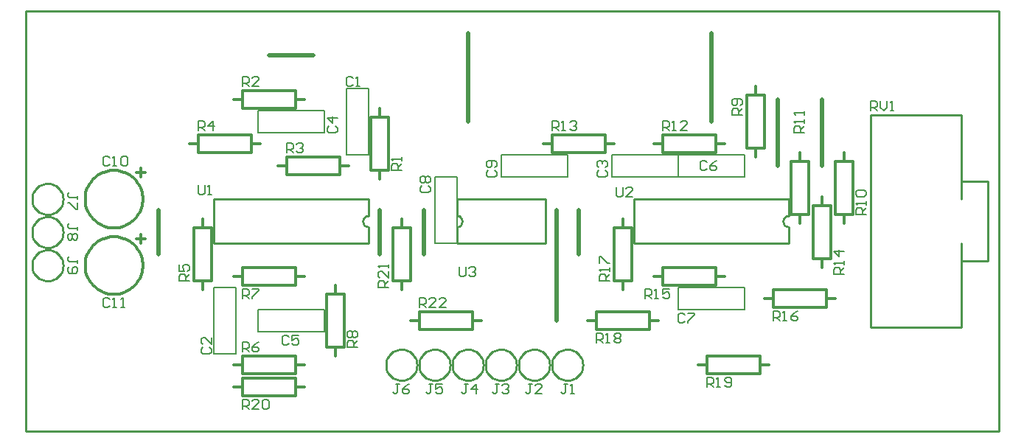
<source format=gto>
%FSLAX23Y23*%
%MOIN*%
G70*
G01*
G75*
%ADD10C,0.080*%
%ADD11C,0.100*%
%ADD12C,0.200*%
%ADD13R,0.080X0.080*%
%ADD14C,0.350*%
%ADD15C,0.010*%
%ADD16C,0.040*%
%ADD17C,0.008*%
%ADD18C,0.012*%
%ADD19C,0.020*%
%ADD20C,0.006*%
D15*
X10295Y7345D02*
X10294Y7355D01*
X10292Y7365D01*
X10289Y7374D01*
X10284Y7383D01*
X10278Y7391D01*
X10271Y7398D01*
X10263Y7404D01*
X10254Y7409D01*
X10245Y7412D01*
X10235Y7414D01*
X10225Y7415D01*
X10215Y7414D01*
X10205Y7412D01*
X10196Y7409D01*
X10187Y7404D01*
X10179Y7398D01*
X10172Y7391D01*
X10166Y7383D01*
X10161Y7374D01*
X10158Y7365D01*
X10156Y7355D01*
X10155Y7345D01*
X10156Y7335D01*
X10158Y7325D01*
X10161Y7316D01*
X10166Y7307D01*
X10172Y7299D01*
X10179Y7292D01*
X10187Y7286D01*
X10196Y7281D01*
X10205Y7278D01*
X10215Y7276D01*
X10225Y7275D01*
X10235Y7276D01*
X10245Y7278D01*
X10254Y7281D01*
X10263Y7286D01*
X10271Y7292D01*
X10278Y7299D01*
X10284Y7307D01*
X10289Y7316D01*
X10292Y7325D01*
X10294Y7335D01*
X10295Y7345D01*
X7945Y7945D02*
X7944Y7955D01*
X7942Y7965D01*
X7939Y7974D01*
X7934Y7983D01*
X7928Y7991D01*
X7921Y7998D01*
X7913Y8004D01*
X7904Y8009D01*
X7895Y8012D01*
X7885Y8014D01*
X7875Y8015D01*
X7865Y8014D01*
X7855Y8012D01*
X7846Y8009D01*
X7837Y8004D01*
X7829Y7998D01*
X7822Y7991D01*
X7816Y7983D01*
X7811Y7974D01*
X7808Y7965D01*
X7806Y7955D01*
X7805Y7945D01*
X7806Y7935D01*
X7808Y7925D01*
X7811Y7916D01*
X7816Y7907D01*
X7822Y7899D01*
X7829Y7892D01*
X7837Y7886D01*
X7846Y7881D01*
X7855Y7878D01*
X7865Y7876D01*
X7875Y7875D01*
X7885Y7876D01*
X7895Y7878D01*
X7904Y7881D01*
X7913Y7886D01*
X7921Y7892D01*
X7928Y7899D01*
X7934Y7907D01*
X7939Y7916D01*
X7942Y7925D01*
X7944Y7935D01*
X7945Y7945D01*
Y8095D02*
X7944Y8105D01*
X7942Y8115D01*
X7939Y8124D01*
X7934Y8133D01*
X7928Y8141D01*
X7921Y8148D01*
X7913Y8154D01*
X7904Y8159D01*
X7895Y8162D01*
X7885Y8164D01*
X7875Y8165D01*
X7865Y8164D01*
X7855Y8162D01*
X7846Y8159D01*
X7837Y8154D01*
X7829Y8148D01*
X7822Y8141D01*
X7816Y8133D01*
X7811Y8124D01*
X7808Y8115D01*
X7806Y8105D01*
X7805Y8095D01*
X7806Y8085D01*
X7808Y8075D01*
X7811Y8066D01*
X7816Y8057D01*
X7822Y8049D01*
X7829Y8042D01*
X7837Y8036D01*
X7846Y8031D01*
X7855Y8028D01*
X7865Y8026D01*
X7875Y8025D01*
X7885Y8026D01*
X7895Y8028D01*
X7904Y8031D01*
X7913Y8036D01*
X7921Y8042D01*
X7928Y8049D01*
X7934Y8057D01*
X7939Y8066D01*
X7942Y8075D01*
X7944Y8085D01*
X7945Y8095D01*
X9545Y7345D02*
X9544Y7355D01*
X9542Y7365D01*
X9539Y7374D01*
X9534Y7383D01*
X9528Y7391D01*
X9521Y7398D01*
X9513Y7404D01*
X9504Y7409D01*
X9495Y7412D01*
X9485Y7414D01*
X9475Y7415D01*
X9465Y7414D01*
X9455Y7412D01*
X9446Y7409D01*
X9437Y7404D01*
X9429Y7398D01*
X9422Y7391D01*
X9416Y7383D01*
X9411Y7374D01*
X9408Y7365D01*
X9406Y7355D01*
X9405Y7345D01*
X9406Y7335D01*
X9408Y7325D01*
X9411Y7316D01*
X9416Y7307D01*
X9422Y7299D01*
X9429Y7292D01*
X9437Y7286D01*
X9446Y7281D01*
X9455Y7278D01*
X9465Y7276D01*
X9475Y7275D01*
X9485Y7276D01*
X9495Y7278D01*
X9504Y7281D01*
X9513Y7286D01*
X9521Y7292D01*
X9528Y7299D01*
X9534Y7307D01*
X9539Y7316D01*
X9542Y7325D01*
X9544Y7335D01*
X9545Y7345D01*
X9695D02*
X9694Y7355D01*
X9692Y7365D01*
X9689Y7374D01*
X9684Y7383D01*
X9678Y7391D01*
X9671Y7398D01*
X9663Y7404D01*
X9654Y7409D01*
X9645Y7412D01*
X9635Y7414D01*
X9625Y7415D01*
X9615Y7414D01*
X9605Y7412D01*
X9596Y7409D01*
X9587Y7404D01*
X9579Y7398D01*
X9572Y7391D01*
X9566Y7383D01*
X9561Y7374D01*
X9558Y7365D01*
X9556Y7355D01*
X9555Y7345D01*
X9556Y7335D01*
X9558Y7325D01*
X9561Y7316D01*
X9566Y7307D01*
X9572Y7299D01*
X9579Y7292D01*
X9587Y7286D01*
X9596Y7281D01*
X9605Y7278D01*
X9615Y7276D01*
X9625Y7275D01*
X9635Y7276D01*
X9645Y7278D01*
X9654Y7281D01*
X9663Y7286D01*
X9671Y7292D01*
X9678Y7299D01*
X9684Y7307D01*
X9689Y7316D01*
X9692Y7325D01*
X9694Y7335D01*
X9695Y7345D01*
X9845D02*
X9844Y7355D01*
X9842Y7365D01*
X9839Y7374D01*
X9834Y7383D01*
X9828Y7391D01*
X9821Y7398D01*
X9813Y7404D01*
X9804Y7409D01*
X9795Y7412D01*
X9785Y7414D01*
X9775Y7415D01*
X9765Y7414D01*
X9755Y7412D01*
X9746Y7409D01*
X9737Y7404D01*
X9729Y7398D01*
X9722Y7391D01*
X9716Y7383D01*
X9711Y7374D01*
X9708Y7365D01*
X9706Y7355D01*
X9705Y7345D01*
X9706Y7335D01*
X9708Y7325D01*
X9711Y7316D01*
X9716Y7307D01*
X9722Y7299D01*
X9729Y7292D01*
X9737Y7286D01*
X9746Y7281D01*
X9755Y7278D01*
X9765Y7276D01*
X9775Y7275D01*
X9785Y7276D01*
X9795Y7278D01*
X9804Y7281D01*
X9813Y7286D01*
X9821Y7292D01*
X9828Y7299D01*
X9834Y7307D01*
X9839Y7316D01*
X9842Y7325D01*
X9844Y7335D01*
X9845Y7345D01*
X9995D02*
X9994Y7355D01*
X9992Y7365D01*
X9989Y7374D01*
X9984Y7383D01*
X9978Y7391D01*
X9971Y7398D01*
X9963Y7404D01*
X9954Y7409D01*
X9945Y7412D01*
X9935Y7414D01*
X9925Y7415D01*
X9915Y7414D01*
X9905Y7412D01*
X9896Y7409D01*
X9887Y7404D01*
X9879Y7398D01*
X9872Y7391D01*
X9866Y7383D01*
X9861Y7374D01*
X9858Y7365D01*
X9856Y7355D01*
X9855Y7345D01*
X9856Y7335D01*
X9858Y7325D01*
X9861Y7316D01*
X9866Y7307D01*
X9872Y7299D01*
X9879Y7292D01*
X9887Y7286D01*
X9896Y7281D01*
X9905Y7278D01*
X9915Y7276D01*
X9925Y7275D01*
X9935Y7276D01*
X9945Y7278D01*
X9954Y7281D01*
X9963Y7286D01*
X9971Y7292D01*
X9978Y7299D01*
X9984Y7307D01*
X9989Y7316D01*
X9992Y7325D01*
X9994Y7335D01*
X9995Y7345D01*
X10145D02*
X10144Y7355D01*
X10142Y7365D01*
X10139Y7374D01*
X10134Y7383D01*
X10128Y7391D01*
X10121Y7398D01*
X10113Y7404D01*
X10104Y7409D01*
X10095Y7412D01*
X10085Y7414D01*
X10075Y7415D01*
X10065Y7414D01*
X10055Y7412D01*
X10046Y7409D01*
X10037Y7404D01*
X10029Y7398D01*
X10022Y7391D01*
X10016Y7383D01*
X10011Y7374D01*
X10008Y7365D01*
X10006Y7355D01*
X10005Y7345D01*
X10006Y7335D01*
X10008Y7325D01*
X10011Y7316D01*
X10016Y7307D01*
X10022Y7299D01*
X10029Y7292D01*
X10037Y7286D01*
X10046Y7281D01*
X10055Y7278D01*
X10065Y7276D01*
X10075Y7275D01*
X10085Y7276D01*
X10095Y7278D01*
X10104Y7281D01*
X10113Y7286D01*
X10121Y7292D01*
X10128Y7299D01*
X10134Y7307D01*
X10139Y7316D01*
X10142Y7325D01*
X10144Y7335D01*
X10145Y7345D01*
X9325Y8020D02*
X9315Y8018D01*
X9307Y8013D01*
X9302Y8005D01*
X9300Y7995D01*
X9302Y7985D01*
X9307Y7977D01*
X9315Y7972D01*
X9325Y7970D01*
X9725D02*
X9735Y7972D01*
X9743Y7977D01*
X9748Y7985D01*
X9750Y7995D01*
X9748Y8005D01*
X9743Y8013D01*
X9735Y8018D01*
X9725Y8020D01*
X11225D02*
X11215Y8018D01*
X11207Y8013D01*
X11202Y8005D01*
X11200Y7995D01*
X11202Y7985D01*
X11207Y7977D01*
X11215Y7972D01*
X11225Y7970D01*
X7945Y7795D02*
X7944Y7805D01*
X7942Y7815D01*
X7939Y7824D01*
X7934Y7833D01*
X7928Y7841D01*
X7921Y7848D01*
X7913Y7854D01*
X7904Y7859D01*
X7895Y7862D01*
X7885Y7864D01*
X7875Y7865D01*
X7865Y7864D01*
X7855Y7862D01*
X7846Y7859D01*
X7837Y7854D01*
X7829Y7848D01*
X7822Y7841D01*
X7816Y7833D01*
X7811Y7824D01*
X7808Y7815D01*
X7806Y7805D01*
X7805Y7795D01*
X7806Y7785D01*
X7808Y7775D01*
X7811Y7766D01*
X7816Y7757D01*
X7822Y7749D01*
X7829Y7742D01*
X7837Y7736D01*
X7846Y7731D01*
X7855Y7728D01*
X7865Y7726D01*
X7875Y7725D01*
X7885Y7726D01*
X7895Y7728D01*
X7904Y7731D01*
X7913Y7736D01*
X7921Y7742D01*
X7928Y7749D01*
X7934Y7757D01*
X7939Y7766D01*
X7942Y7775D01*
X7944Y7785D01*
X7945Y7795D01*
X12005Y7815D02*
X12125D01*
Y8175D01*
X12005D02*
X12125D01*
X11975Y7515D02*
X12005D01*
Y7895D01*
Y8095D02*
Y8475D01*
X11975D02*
X12005D01*
X11595D02*
X11975D01*
X11595Y7515D02*
Y8475D01*
Y7515D02*
X11975D01*
X8625Y8095D02*
X9325D01*
X8625Y7895D02*
Y8095D01*
Y7895D02*
X9325D01*
Y7970D01*
Y8020D02*
Y8095D01*
X9725Y7895D02*
Y7970D01*
Y8020D02*
Y8095D01*
X10125D01*
Y7895D02*
Y8095D01*
X9725Y7895D02*
X10125D01*
X10525Y8095D02*
X11225D01*
X10525Y7895D02*
Y8095D01*
Y7895D02*
X11225D01*
Y7970D01*
Y8020D02*
Y8095D01*
X12175Y7045D02*
Y8945D01*
X7775Y7045D02*
X12175D01*
X7775D02*
Y8945D01*
X12175D01*
D17*
X9975Y8295D02*
X10175D01*
X9975Y8195D02*
X10175D01*
Y8295D02*
X10225D01*
Y8195D02*
Y8295D01*
X10175Y8195D02*
X10225D01*
X9925Y8295D02*
X9975D01*
X9925Y8195D02*
Y8295D01*
Y8195D02*
X9975D01*
X9725Y7945D02*
Y8145D01*
X9625Y7945D02*
Y8145D01*
X9725Y7895D02*
Y7945D01*
X9625Y7895D02*
X9725D01*
X9625D02*
Y7945D01*
X9725Y8145D02*
Y8195D01*
X9625D02*
X9725D01*
X9625Y8145D02*
Y8195D01*
X10775Y7695D02*
X10975D01*
X10775Y7595D02*
X10975D01*
Y7695D02*
X11025D01*
Y7595D02*
Y7695D01*
X10975Y7595D02*
X11025D01*
X10725Y7695D02*
X10775D01*
X10725Y7595D02*
Y7695D01*
Y7595D02*
X10775D01*
X10775Y8195D02*
X10975D01*
X10775Y8295D02*
X10975D01*
X10725Y8195D02*
X10775D01*
X10725D02*
Y8295D01*
X10775D01*
X10975Y8195D02*
X11025D01*
Y8295D01*
X10975D02*
X11025D01*
X8875Y7595D02*
X9075D01*
X8875Y7495D02*
X9075D01*
Y7595D02*
X9125D01*
Y7495D02*
Y7595D01*
X9075Y7495D02*
X9125D01*
X8825Y7595D02*
X8875D01*
X8825Y7495D02*
Y7595D01*
Y7495D02*
X8875D01*
Y8495D02*
X9075D01*
X8875Y8395D02*
X9075D01*
Y8495D02*
X9125D01*
Y8395D02*
Y8495D01*
X9075Y8395D02*
X9125D01*
X8825Y8495D02*
X8875D01*
X8825Y8395D02*
Y8495D01*
Y8395D02*
X8875D01*
X10475Y8195D02*
X10675D01*
X10475Y8295D02*
X10675D01*
X10425Y8195D02*
X10475D01*
X10425D02*
Y8295D01*
X10475D01*
X10675Y8195D02*
X10725D01*
Y8295D01*
X10675D02*
X10725D01*
X8725Y7445D02*
Y7645D01*
X8625Y7445D02*
Y7645D01*
X8725Y7395D02*
Y7445D01*
X8625Y7395D02*
X8725D01*
X8625D02*
Y7445D01*
X8725Y7645D02*
Y7695D01*
X8625D02*
X8725D01*
X8625Y7645D02*
Y7695D01*
X9225Y8345D02*
Y8545D01*
X9325Y8345D02*
Y8545D01*
X9225D02*
Y8595D01*
X9325D01*
Y8545D02*
Y8595D01*
X9225Y8295D02*
Y8345D01*
Y8295D02*
X9325D01*
Y8345D01*
D18*
X8305Y7795D02*
X8305Y7805D01*
X8303Y7815D01*
X8302Y7825D01*
X8299Y7834D01*
X8296Y7844D01*
X8292Y7853D01*
X8287Y7861D01*
X8281Y7870D01*
X8275Y7878D01*
X8269Y7885D01*
X8262Y7892D01*
X8254Y7898D01*
X8246Y7904D01*
X8237Y7909D01*
X8228Y7914D01*
X8219Y7917D01*
X8209Y7920D01*
X8200Y7923D01*
X8190Y7924D01*
X8180Y7925D01*
X8170D01*
X8160Y7924D01*
X8150Y7923D01*
X8141Y7920D01*
X8131Y7917D01*
X8122Y7914D01*
X8113Y7909D01*
X8104Y7904D01*
X8096Y7898D01*
X8089Y7892D01*
X8081Y7885D01*
X8075Y7878D01*
X8069Y7870D01*
X8063Y7861D01*
X8059Y7853D01*
X8054Y7844D01*
X8051Y7834D01*
X8048Y7825D01*
X8047Y7815D01*
X8045Y7805D01*
X8045Y7795D01*
X8045Y7785D01*
X8047Y7775D01*
X8048Y7765D01*
X8051Y7756D01*
X8054Y7746D01*
X8059Y7737D01*
X8063Y7729D01*
X8069Y7720D01*
X8075Y7712D01*
X8081Y7705D01*
X8089Y7698D01*
X8096Y7692D01*
X8104Y7686D01*
X8113Y7681D01*
X8122Y7676D01*
X8131Y7673D01*
X8141Y7670D01*
X8150Y7667D01*
X8160Y7666D01*
X8170Y7665D01*
X8180D01*
X8190Y7666D01*
X8200Y7667D01*
X8209Y7670D01*
X8219Y7673D01*
X8228Y7676D01*
X8237Y7681D01*
X8246Y7686D01*
X8254Y7692D01*
X8262Y7698D01*
X8269Y7705D01*
X8275Y7712D01*
X8281Y7720D01*
X8287Y7729D01*
X8292Y7737D01*
X8296Y7746D01*
X8299Y7756D01*
X8302Y7765D01*
X8303Y7775D01*
X8305Y7785D01*
X8305Y7795D01*
Y8095D02*
X8305Y8105D01*
X8303Y8115D01*
X8302Y8125D01*
X8299Y8134D01*
X8296Y8144D01*
X8292Y8153D01*
X8287Y8161D01*
X8281Y8170D01*
X8275Y8178D01*
X8269Y8185D01*
X8262Y8192D01*
X8254Y8198D01*
X8246Y8204D01*
X8237Y8209D01*
X8228Y8214D01*
X8219Y8217D01*
X8209Y8220D01*
X8200Y8223D01*
X8190Y8224D01*
X8180Y8225D01*
X8170D01*
X8160Y8224D01*
X8150Y8223D01*
X8141Y8220D01*
X8131Y8217D01*
X8122Y8214D01*
X8113Y8209D01*
X8104Y8204D01*
X8096Y8198D01*
X8089Y8192D01*
X8081Y8185D01*
X8075Y8178D01*
X8069Y8170D01*
X8063Y8161D01*
X8059Y8153D01*
X8054Y8144D01*
X8051Y8134D01*
X8048Y8125D01*
X8047Y8115D01*
X8045Y8105D01*
X8045Y8095D01*
X8045Y8085D01*
X8047Y8075D01*
X8048Y8065D01*
X8051Y8056D01*
X8054Y8046D01*
X8059Y8037D01*
X8063Y8029D01*
X8069Y8020D01*
X8075Y8012D01*
X8081Y8005D01*
X8089Y7998D01*
X8096Y7992D01*
X8104Y7986D01*
X8113Y7981D01*
X8122Y7976D01*
X8131Y7973D01*
X8141Y7970D01*
X8150Y7967D01*
X8160Y7966D01*
X8170Y7965D01*
X8180D01*
X8190Y7966D01*
X8200Y7967D01*
X8209Y7970D01*
X8219Y7973D01*
X8228Y7976D01*
X8237Y7981D01*
X8246Y7986D01*
X8254Y7992D01*
X8262Y7998D01*
X8269Y8005D01*
X8275Y8012D01*
X8281Y8020D01*
X8287Y8029D01*
X8292Y8037D01*
X8296Y8046D01*
X8299Y8056D01*
X8302Y8065D01*
X8303Y8075D01*
X8305Y8085D01*
X8305Y8095D01*
X8295Y7895D02*
Y7935D01*
X8275Y7915D02*
X8315D01*
X8275Y8215D02*
X8315D01*
X8295Y8195D02*
Y8235D01*
X9515Y7545D02*
X9555D01*
X9795D02*
X9835D01*
X9555Y7585D02*
X9795D01*
X9555Y7505D02*
Y7585D01*
Y7505D02*
X9795D01*
Y7585D01*
X9475Y7685D02*
Y7725D01*
Y7965D02*
Y8005D01*
X9435Y7725D02*
Y7965D01*
Y7725D02*
X9515D01*
Y7965D01*
X9435D02*
X9515D01*
X8995Y7245D02*
X9035D01*
X8715D02*
X8755D01*
Y7205D02*
X8995D01*
Y7285D01*
X8755D02*
X8995D01*
X8755Y7205D02*
Y7285D01*
X10815Y7345D02*
X10855D01*
X11095D02*
X11135D01*
X10855Y7385D02*
X11095D01*
X10855Y7305D02*
Y7385D01*
Y7305D02*
X11095D01*
Y7385D01*
X10315Y7545D02*
X10355D01*
X10595D02*
X10635D01*
X10355Y7585D02*
X10595D01*
X10355Y7505D02*
Y7585D01*
Y7505D02*
X10595D01*
Y7585D01*
X10475Y7685D02*
Y7725D01*
Y7965D02*
Y8005D01*
X10435Y7725D02*
Y7965D01*
Y7725D02*
X10515D01*
Y7965D01*
X10435D02*
X10515D01*
X11395Y7645D02*
X11435D01*
X11115D02*
X11155D01*
Y7605D02*
X11395D01*
Y7685D01*
X11155D02*
X11395D01*
X11155Y7605D02*
Y7685D01*
X10895Y7745D02*
X10935D01*
X10615D02*
X10655D01*
Y7705D02*
X10895D01*
Y7785D01*
X10655D02*
X10895D01*
X10655Y7705D02*
Y7785D01*
X11375D02*
Y7825D01*
Y8065D02*
Y8105D01*
X11335Y7825D02*
Y8065D01*
Y7825D02*
X11415D01*
Y8065D01*
X11335D02*
X11415D01*
X10615Y8345D02*
X10655D01*
X10895D02*
X10935D01*
X10655Y8385D02*
X10895D01*
X10655Y8305D02*
Y8385D01*
Y8305D02*
X10895D01*
Y8385D01*
X11275Y8265D02*
Y8305D01*
Y7985D02*
Y8025D01*
X11315D02*
Y8265D01*
X11235D02*
X11315D01*
X11235Y8025D02*
Y8265D01*
Y8025D02*
X11315D01*
X11475Y8265D02*
Y8305D01*
Y7985D02*
Y8025D01*
X11515D02*
Y8265D01*
X11435D02*
X11515D01*
X11435Y8025D02*
Y8265D01*
Y8025D02*
X11515D01*
X11075Y8565D02*
Y8605D01*
Y8285D02*
Y8325D01*
X11115D02*
Y8565D01*
X11035D02*
X11115D01*
X11035Y8325D02*
Y8565D01*
Y8325D02*
X11115D01*
X9175Y7385D02*
Y7425D01*
Y7665D02*
Y7705D01*
X9135Y7425D02*
Y7665D01*
Y7425D02*
X9215D01*
Y7665D01*
X9135D02*
X9215D01*
X8995Y7745D02*
X9035D01*
X8715D02*
X8755D01*
Y7705D02*
X8995D01*
Y7785D01*
X8755D02*
X8995D01*
X8755Y7705D02*
Y7785D01*
X8715Y7345D02*
X8755D01*
X8995D02*
X9035D01*
X8755Y7385D02*
X8995D01*
X8755Y7305D02*
Y7385D01*
Y7305D02*
X8995D01*
Y7385D01*
X8515Y8345D02*
X8555D01*
X8795D02*
X8835D01*
X8555Y8385D02*
X8795D01*
X8555Y8305D02*
Y8385D01*
Y8305D02*
X8795D01*
Y8385D01*
X8915Y8245D02*
X8955D01*
X9195D02*
X9235D01*
X8955Y8285D02*
X9195D01*
X8955Y8205D02*
Y8285D01*
Y8205D02*
X9195D01*
Y8285D01*
X8995Y8545D02*
X9035D01*
X8715D02*
X8755D01*
Y8505D02*
X8995D01*
Y8585D01*
X8755D02*
X8995D01*
X8755Y8505D02*
Y8585D01*
X9375Y8185D02*
Y8225D01*
Y8465D02*
Y8505D01*
X9335Y8225D02*
Y8465D01*
Y8225D02*
X9415D01*
Y8465D01*
X9335D02*
X9415D01*
X8575Y7965D02*
Y8005D01*
Y7685D02*
Y7725D01*
X8615D02*
Y7965D01*
X8535D02*
X8615D01*
X8535Y7725D02*
Y7965D01*
Y7725D02*
X8615D01*
X10115Y8345D02*
X10155D01*
X10395D02*
X10435D01*
X10155Y8385D02*
X10395D01*
X10155Y8305D02*
Y8385D01*
Y8305D02*
X10395D01*
Y8385D01*
D19*
X9375Y7845D02*
Y8045D01*
X8875Y8745D02*
X9075D01*
X9775Y8695D02*
Y8845D01*
X10875Y8695D02*
Y8845D01*
X11375Y8245D02*
Y8545D01*
X11175Y8245D02*
Y8545D01*
X10875Y8445D02*
Y8745D01*
X10275Y7845D02*
Y8045D01*
X10175Y7545D02*
Y8045D01*
X9775Y8445D02*
Y8745D01*
X9575Y7845D02*
Y8045D01*
X8375Y7845D02*
Y8045D01*
D20*
X8155Y7642D02*
X8148Y7650D01*
X8133D01*
X8125Y7642D01*
Y7612D01*
X8133Y7605D01*
X8148D01*
X8155Y7612D01*
X8170Y7605D02*
X8185D01*
X8177D01*
Y7650D01*
X8170Y7642D01*
X8207Y7605D02*
X8222D01*
X8215D01*
Y7650D01*
X8207Y7642D01*
X10225Y7260D02*
X10210D01*
X10218D01*
Y7222D01*
X10210Y7215D01*
X10203D01*
X10195Y7222D01*
X10240Y7215D02*
X10255D01*
X10247D01*
Y7260D01*
X10240Y7252D01*
X11575Y8025D02*
X11530D01*
Y8047D01*
X11538Y8055D01*
X11553D01*
X11560Y8047D01*
Y8025D01*
Y8040D02*
X11575Y8055D01*
Y8070D02*
Y8085D01*
Y8077D01*
X11530D01*
X11538Y8070D01*
Y8107D02*
X11530Y8115D01*
Y8130D01*
X11538Y8137D01*
X11568D01*
X11575Y8130D01*
Y8115D01*
X11568Y8107D01*
X11538D01*
X11595Y8495D02*
Y8540D01*
X11618D01*
X11625Y8532D01*
Y8517D01*
X11618Y8510D01*
X11595D01*
X11610D02*
X11625Y8495D01*
X11640Y8540D02*
Y8510D01*
X11655Y8495D01*
X11670Y8510D01*
Y8540D01*
X11685Y8495D02*
X11700D01*
X11692D01*
Y8540D01*
X11685Y8532D01*
X9255Y8642D02*
X9248Y8650D01*
X9233D01*
X9225Y8642D01*
Y8612D01*
X9233Y8605D01*
X9248D01*
X9255Y8612D01*
X9270Y8605D02*
X9285D01*
X9277D01*
Y8650D01*
X9270Y8642D01*
X8578Y7425D02*
X8570Y7417D01*
Y7402D01*
X8578Y7395D01*
X8608D01*
X8615Y7402D01*
Y7417D01*
X8608Y7425D01*
X8615Y7470D02*
Y7440D01*
X8585Y7470D01*
X8578D01*
X8570Y7462D01*
Y7447D01*
X8578Y7440D01*
X10368Y8225D02*
X10360Y8217D01*
Y8202D01*
X10368Y8195D01*
X10398D01*
X10405Y8202D01*
Y8217D01*
X10398Y8225D01*
X10368Y8240D02*
X10360Y8247D01*
Y8262D01*
X10368Y8270D01*
X10375D01*
X10383Y8262D01*
Y8255D01*
Y8262D01*
X10390Y8270D01*
X10398D01*
X10405Y8262D01*
Y8247D01*
X10398Y8240D01*
X9148Y8425D02*
X9140Y8417D01*
Y8402D01*
X9148Y8395D01*
X9178D01*
X9185Y8402D01*
Y8417D01*
X9178Y8425D01*
X9185Y8462D02*
X9140D01*
X9163Y8440D01*
Y8470D01*
X8965Y7472D02*
X8958Y7480D01*
X8943D01*
X8935Y7472D01*
Y7442D01*
X8943Y7435D01*
X8958D01*
X8965Y7442D01*
X9010Y7480D02*
X8980D01*
Y7457D01*
X8995Y7465D01*
X9002D01*
X9010Y7457D01*
Y7442D01*
X9002Y7435D01*
X8987D01*
X8980Y7442D01*
X10855Y8262D02*
X10848Y8270D01*
X10833D01*
X10825Y8262D01*
Y8232D01*
X10833Y8225D01*
X10848D01*
X10855Y8232D01*
X10900Y8270D02*
X10885Y8262D01*
X10870Y8247D01*
Y8232D01*
X10877Y8225D01*
X10892D01*
X10900Y8232D01*
Y8240D01*
X10892Y8247D01*
X10870D01*
X10755Y7572D02*
X10748Y7580D01*
X10733D01*
X10725Y7572D01*
Y7542D01*
X10733Y7535D01*
X10748D01*
X10755Y7542D01*
X10770Y7580D02*
X10800D01*
Y7572D01*
X10770Y7542D01*
Y7535D01*
X9568Y8155D02*
X9560Y8147D01*
Y8132D01*
X9568Y8125D01*
X9598D01*
X9605Y8132D01*
Y8147D01*
X9598Y8155D01*
X9568Y8170D02*
X9560Y8177D01*
Y8192D01*
X9568Y8200D01*
X9575D01*
X9583Y8192D01*
X9590Y8200D01*
X9598D01*
X9605Y8192D01*
Y8177D01*
X9598Y8170D01*
X9590D01*
X9583Y8177D01*
X9575Y8170D01*
X9568D01*
X9583Y8177D02*
Y8192D01*
X9868Y8225D02*
X9860Y8217D01*
Y8202D01*
X9868Y8195D01*
X9898D01*
X9905Y8202D01*
Y8217D01*
X9898Y8225D01*
Y8240D02*
X9905Y8247D01*
Y8262D01*
X9898Y8270D01*
X9868D01*
X9860Y8262D01*
Y8247D01*
X9868Y8240D01*
X9875D01*
X9883Y8247D01*
Y8270D01*
X8155Y8282D02*
X8148Y8290D01*
X8133D01*
X8125Y8282D01*
Y8252D01*
X8133Y8245D01*
X8148D01*
X8155Y8252D01*
X8170Y8245D02*
X8185D01*
X8177D01*
Y8290D01*
X8170Y8282D01*
X8207D02*
X8215Y8290D01*
X8230D01*
X8237Y8282D01*
Y8252D01*
X8230Y8245D01*
X8215D01*
X8207Y8252D01*
Y8282D01*
X10065Y7260D02*
X10050D01*
X10058D01*
Y7222D01*
X10050Y7215D01*
X10043D01*
X10035Y7222D01*
X10110Y7215D02*
X10080D01*
X10110Y7245D01*
Y7252D01*
X10102Y7260D01*
X10087D01*
X10080Y7252D01*
X9915Y7260D02*
X9900D01*
X9908D01*
Y7222D01*
X9900Y7215D01*
X9893D01*
X9885Y7222D01*
X9930Y7252D02*
X9937Y7260D01*
X9952D01*
X9960Y7252D01*
Y7245D01*
X9952Y7237D01*
X9945D01*
X9952D01*
X9960Y7230D01*
Y7222D01*
X9952Y7215D01*
X9937D01*
X9930Y7222D01*
X9775Y7260D02*
X9760D01*
X9768D01*
Y7222D01*
X9760Y7215D01*
X9753D01*
X9745Y7222D01*
X9812Y7215D02*
Y7260D01*
X9790Y7237D01*
X9820D01*
X9615Y7260D02*
X9600D01*
X9608D01*
Y7222D01*
X9600Y7215D01*
X9593D01*
X9585Y7222D01*
X9660Y7260D02*
X9630D01*
Y7237D01*
X9645Y7245D01*
X9652D01*
X9660Y7237D01*
Y7222D01*
X9652Y7215D01*
X9637D01*
X9630Y7222D01*
X9465Y7260D02*
X9450D01*
X9458D01*
Y7222D01*
X9450Y7215D01*
X9443D01*
X9435Y7222D01*
X9510Y7260D02*
X9495Y7252D01*
X9480Y7237D01*
Y7222D01*
X9487Y7215D01*
X9502D01*
X9510Y7222D01*
Y7230D01*
X9502Y7237D01*
X9480D01*
X8010Y8095D02*
Y8110D01*
Y8103D01*
X7973D01*
X7965Y8110D01*
Y8118D01*
X7973Y8125D01*
X8010Y8080D02*
Y8050D01*
X8002D01*
X7973Y8080D01*
X7965D01*
X8010Y7955D02*
Y7970D01*
Y7963D01*
X7973D01*
X7965Y7970D01*
Y7978D01*
X7973Y7985D01*
X8002Y7940D02*
X8010Y7933D01*
Y7918D01*
X8002Y7910D01*
X7995D01*
X7988Y7918D01*
X7980Y7910D01*
X7973D01*
X7965Y7918D01*
Y7933D01*
X7973Y7940D01*
X7980D01*
X7988Y7933D01*
X7995Y7940D01*
X8002D01*
X7988Y7933D02*
Y7918D01*
X8010Y7805D02*
Y7820D01*
Y7813D01*
X7973D01*
X7965Y7820D01*
Y7828D01*
X7973Y7835D01*
Y7790D02*
X7965Y7783D01*
Y7768D01*
X7973Y7760D01*
X8002D01*
X8010Y7768D01*
Y7783D01*
X8002Y7790D01*
X7995D01*
X7988Y7783D01*
Y7760D01*
X9475Y8225D02*
X9430D01*
Y8247D01*
X9438Y8255D01*
X9453D01*
X9460Y8247D01*
Y8225D01*
Y8240D02*
X9475Y8255D01*
Y8270D02*
Y8285D01*
Y8277D01*
X9430D01*
X9438Y8270D01*
X8755Y8605D02*
Y8650D01*
X8778D01*
X8785Y8642D01*
Y8627D01*
X8778Y8620D01*
X8755D01*
X8770D02*
X8785Y8605D01*
X8830D02*
X8800D01*
X8830Y8635D01*
Y8642D01*
X8822Y8650D01*
X8807D01*
X8800Y8642D01*
X8955Y8305D02*
Y8350D01*
X8978D01*
X8985Y8342D01*
Y8327D01*
X8978Y8320D01*
X8955D01*
X8970D02*
X8985Y8305D01*
X9000Y8342D02*
X9007Y8350D01*
X9022D01*
X9030Y8342D01*
Y8335D01*
X9022Y8327D01*
X9015D01*
X9022D01*
X9030Y8320D01*
Y8312D01*
X9022Y8305D01*
X9007D01*
X9000Y8312D01*
X8555Y8405D02*
Y8450D01*
X8578D01*
X8585Y8442D01*
Y8427D01*
X8578Y8420D01*
X8555D01*
X8570D02*
X8585Y8405D01*
X8622D02*
Y8450D01*
X8600Y8427D01*
X8630D01*
X8515Y7725D02*
X8470D01*
Y7747D01*
X8478Y7755D01*
X8493D01*
X8500Y7747D01*
Y7725D01*
Y7740D02*
X8515Y7755D01*
X8470Y7800D02*
Y7770D01*
X8493D01*
X8485Y7785D01*
Y7792D01*
X8493Y7800D01*
X8508D01*
X8515Y7792D01*
Y7777D01*
X8508Y7770D01*
X8755Y7405D02*
Y7450D01*
X8778D01*
X8785Y7442D01*
Y7427D01*
X8778Y7420D01*
X8755D01*
X8770D02*
X8785Y7405D01*
X8830Y7450D02*
X8815Y7442D01*
X8800Y7427D01*
Y7412D01*
X8807Y7405D01*
X8822D01*
X8830Y7412D01*
Y7420D01*
X8822Y7427D01*
X8800D01*
X8755Y7645D02*
Y7690D01*
X8778D01*
X8785Y7682D01*
Y7667D01*
X8778Y7660D01*
X8755D01*
X8770D02*
X8785Y7645D01*
X8800Y7690D02*
X8830D01*
Y7682D01*
X8800Y7652D01*
Y7645D01*
X9275Y7425D02*
X9230D01*
Y7447D01*
X9238Y7455D01*
X9253D01*
X9260Y7447D01*
Y7425D01*
Y7440D02*
X9275Y7455D01*
X9238Y7470D02*
X9230Y7477D01*
Y7492D01*
X9238Y7500D01*
X9245D01*
X9253Y7492D01*
X9260Y7500D01*
X9268D01*
X9275Y7492D01*
Y7477D01*
X9268Y7470D01*
X9260D01*
X9253Y7477D01*
X9245Y7470D01*
X9238D01*
X9253Y7477D02*
Y7492D01*
X11015Y8475D02*
X10970D01*
Y8497D01*
X10978Y8505D01*
X10993D01*
X11000Y8497D01*
Y8475D01*
Y8490D02*
X11015Y8505D01*
X11008Y8520D02*
X11015Y8527D01*
Y8542D01*
X11008Y8550D01*
X10978D01*
X10970Y8542D01*
Y8527D01*
X10978Y8520D01*
X10985D01*
X10993Y8527D01*
Y8550D01*
X11295Y8395D02*
X11250D01*
Y8417D01*
X11258Y8425D01*
X11273D01*
X11280Y8417D01*
Y8395D01*
Y8410D02*
X11295Y8425D01*
Y8440D02*
Y8455D01*
Y8447D01*
X11250D01*
X11258Y8440D01*
X11295Y8477D02*
Y8492D01*
Y8485D01*
X11250D01*
X11258Y8477D01*
X10655Y8405D02*
Y8450D01*
X10678D01*
X10685Y8442D01*
Y8427D01*
X10678Y8420D01*
X10655D01*
X10670D02*
X10685Y8405D01*
X10700D02*
X10715D01*
X10707D01*
Y8450D01*
X10700Y8442D01*
X10767Y8405D02*
X10737D01*
X10767Y8435D01*
Y8442D01*
X10760Y8450D01*
X10745D01*
X10737Y8442D01*
X10155Y8405D02*
Y8450D01*
X10178D01*
X10185Y8442D01*
Y8427D01*
X10178Y8420D01*
X10155D01*
X10170D02*
X10185Y8405D01*
X10200D02*
X10215D01*
X10207D01*
Y8450D01*
X10200Y8442D01*
X10237D02*
X10245Y8450D01*
X10260D01*
X10267Y8442D01*
Y8435D01*
X10260Y8427D01*
X10252D01*
X10260D01*
X10267Y8420D01*
Y8412D01*
X10260Y8405D01*
X10245D01*
X10237Y8412D01*
X11475Y7755D02*
X11430D01*
Y7777D01*
X11438Y7785D01*
X11453D01*
X11460Y7777D01*
Y7755D01*
Y7770D02*
X11475Y7785D01*
Y7800D02*
Y7815D01*
Y7807D01*
X11430D01*
X11438Y7800D01*
X11475Y7860D02*
X11430D01*
X11453Y7837D01*
Y7867D01*
X10575Y7645D02*
Y7690D01*
X10598D01*
X10605Y7682D01*
Y7667D01*
X10598Y7660D01*
X10575D01*
X10590D02*
X10605Y7645D01*
X10620D02*
X10635D01*
X10627D01*
Y7690D01*
X10620Y7682D01*
X10687Y7690D02*
X10657D01*
Y7667D01*
X10672Y7675D01*
X10680D01*
X10687Y7667D01*
Y7652D01*
X10680Y7645D01*
X10665D01*
X10657Y7652D01*
X11155Y7545D02*
Y7590D01*
X11178D01*
X11185Y7582D01*
Y7567D01*
X11178Y7560D01*
X11155D01*
X11170D02*
X11185Y7545D01*
X11200D02*
X11215D01*
X11207D01*
Y7590D01*
X11200Y7582D01*
X11267Y7590D02*
X11252Y7582D01*
X11237Y7567D01*
Y7552D01*
X11245Y7545D01*
X11260D01*
X11267Y7552D01*
Y7560D01*
X11260Y7567D01*
X11237D01*
X10415Y7725D02*
X10370D01*
Y7747D01*
X10378Y7755D01*
X10393D01*
X10400Y7747D01*
Y7725D01*
Y7740D02*
X10415Y7755D01*
Y7770D02*
Y7785D01*
Y7777D01*
X10370D01*
X10378Y7770D01*
X10370Y7807D02*
Y7837D01*
X10378D01*
X10408Y7807D01*
X10415D01*
X10355Y7445D02*
Y7490D01*
X10378D01*
X10385Y7482D01*
Y7467D01*
X10378Y7460D01*
X10355D01*
X10370D02*
X10385Y7445D01*
X10400D02*
X10415D01*
X10407D01*
Y7490D01*
X10400Y7482D01*
X10437D02*
X10445Y7490D01*
X10460D01*
X10467Y7482D01*
Y7475D01*
X10460Y7467D01*
X10467Y7460D01*
Y7452D01*
X10460Y7445D01*
X10445D01*
X10437Y7452D01*
Y7460D01*
X10445Y7467D01*
X10437Y7475D01*
Y7482D01*
X10445Y7467D02*
X10460D01*
X10855Y7245D02*
Y7290D01*
X10878D01*
X10885Y7282D01*
Y7267D01*
X10878Y7260D01*
X10855D01*
X10870D02*
X10885Y7245D01*
X10900D02*
X10915D01*
X10907D01*
Y7290D01*
X10900Y7282D01*
X10937Y7252D02*
X10945Y7245D01*
X10960D01*
X10967Y7252D01*
Y7282D01*
X10960Y7290D01*
X10945D01*
X10937Y7282D01*
Y7275D01*
X10945Y7267D01*
X10967D01*
X8755Y7145D02*
Y7190D01*
X8778D01*
X8785Y7182D01*
Y7167D01*
X8778Y7160D01*
X8755D01*
X8770D02*
X8785Y7145D01*
X8830D02*
X8800D01*
X8830Y7175D01*
Y7182D01*
X8822Y7190D01*
X8807D01*
X8800Y7182D01*
X8845D02*
X8852Y7190D01*
X8867D01*
X8875Y7182D01*
Y7152D01*
X8867Y7145D01*
X8852D01*
X8845Y7152D01*
Y7182D01*
X9415Y7695D02*
X9370D01*
Y7717D01*
X9378Y7725D01*
X9393D01*
X9400Y7717D01*
Y7695D01*
Y7710D02*
X9415Y7725D01*
Y7770D02*
Y7740D01*
X9385Y7770D01*
X9378D01*
X9370Y7762D01*
Y7747D01*
X9378Y7740D01*
X9415Y7785D02*
Y7800D01*
Y7792D01*
X9370D01*
X9378Y7785D01*
X9555Y7605D02*
Y7650D01*
X9578D01*
X9585Y7642D01*
Y7627D01*
X9578Y7620D01*
X9555D01*
X9570D02*
X9585Y7605D01*
X9630D02*
X9600D01*
X9630Y7635D01*
Y7642D01*
X9622Y7650D01*
X9607D01*
X9600Y7642D01*
X9675Y7605D02*
X9645D01*
X9675Y7635D01*
Y7642D01*
X9667Y7650D01*
X9652D01*
X9645Y7642D01*
X8555Y8160D02*
Y8122D01*
X8563Y8115D01*
X8578D01*
X8585Y8122D01*
Y8160D01*
X8600Y8115D02*
X8615D01*
X8607D01*
Y8160D01*
X8600Y8152D01*
X9735Y7790D02*
Y7752D01*
X9743Y7745D01*
X9758D01*
X9765Y7752D01*
Y7790D01*
X9780Y7782D02*
X9787Y7790D01*
X9802D01*
X9810Y7782D01*
Y7775D01*
X9802Y7767D01*
X9795D01*
X9802D01*
X9810Y7760D01*
Y7752D01*
X9802Y7745D01*
X9787D01*
X9780Y7752D01*
X10445Y8150D02*
Y8112D01*
X10453Y8105D01*
X10468D01*
X10475Y8112D01*
Y8150D01*
X10520Y8105D02*
X10490D01*
X10520Y8135D01*
Y8142D01*
X10512Y8150D01*
X10497D01*
X10490Y8142D01*
M02*

</source>
